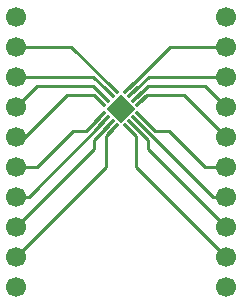
<source format=gtl>
G04 #@! TF.GenerationSoftware,KiCad,Pcbnew,9.0.6*
G04 #@! TF.CreationDate,2025-12-31T23:13:25-06:00*
G04 #@! TF.ProjectId,QFN-16_3x3,51464e2d-3136-45f3-9378-332e6b696361,rev?*
G04 #@! TF.SameCoordinates,Original*
G04 #@! TF.FileFunction,Copper,L1,Top*
G04 #@! TF.FilePolarity,Positive*
%FSLAX46Y46*%
G04 Gerber Fmt 4.6, Leading zero omitted, Abs format (unit mm)*
G04 Created by KiCad (PCBNEW 9.0.6) date 2025-12-31 23:13:25*
%MOMM*%
%LPD*%
G01*
G04 APERTURE LIST*
G04 Aperture macros list*
%AMRoundRect*
0 Rectangle with rounded corners*
0 $1 Rounding radius*
0 $2 $3 $4 $5 $6 $7 $8 $9 X,Y pos of 4 corners*
0 Add a 4 corners polygon primitive as box body*
4,1,4,$2,$3,$4,$5,$6,$7,$8,$9,$2,$3,0*
0 Add four circle primitives for the rounded corners*
1,1,$1+$1,$2,$3*
1,1,$1+$1,$4,$5*
1,1,$1+$1,$6,$7*
1,1,$1+$1,$8,$9*
0 Add four rect primitives between the rounded corners*
20,1,$1+$1,$2,$3,$4,$5,0*
20,1,$1+$1,$4,$5,$6,$7,0*
20,1,$1+$1,$6,$7,$8,$9,0*
20,1,$1+$1,$8,$9,$2,$3,0*%
%AMRotRect*
0 Rectangle, with rotation*
0 The origin of the aperture is its center*
0 $1 length*
0 $2 width*
0 $3 Rotation angle, in degrees counterclockwise*
0 Add horizontal line*
21,1,$1,$2,0,0,$3*%
G04 Aperture macros list end*
G04 #@! TA.AperFunction,HeatsinkPad*
%ADD10C,0.500000*%
G04 #@! TD*
G04 #@! TA.AperFunction,HeatsinkPad*
%ADD11RotRect,1.700000X1.700000X315.000000*%
G04 #@! TD*
G04 #@! TA.AperFunction,SMDPad,CuDef*
%ADD12RoundRect,0.062500X-0.437522X-0.349134X-0.349134X-0.437522X0.437522X0.349134X0.349134X0.437522X0*%
G04 #@! TD*
G04 #@! TA.AperFunction,SMDPad,CuDef*
%ADD13RoundRect,0.062500X-0.437522X0.349134X0.349134X-0.437522X0.437522X-0.349134X-0.349134X0.437522X0*%
G04 #@! TD*
G04 #@! TA.AperFunction,ComponentPad*
%ADD14C,1.700000*%
G04 #@! TD*
G04 #@! TA.AperFunction,Conductor*
%ADD15C,0.250000*%
G04 #@! TD*
G04 APERTURE END LIST*
D10*
X130810000Y-117871492D03*
X131658528Y-117022964D03*
D11*
X130810000Y-117022964D03*
D10*
X129961472Y-117022964D03*
X130810000Y-116174436D03*
D12*
X131493419Y-115278885D03*
X131846972Y-115632439D03*
X132200525Y-115985992D03*
X132554079Y-116339545D03*
D13*
X132554079Y-117706383D03*
X132200525Y-118059936D03*
X131846972Y-118413489D03*
X131493419Y-118767043D03*
D12*
X130126581Y-118767043D03*
X129773028Y-118413489D03*
X129419475Y-118059936D03*
X129065921Y-117706383D03*
D13*
X130126581Y-115278885D03*
X129773028Y-115632439D03*
X129419475Y-115985992D03*
X129065921Y-116339545D03*
D14*
X121920000Y-132080000D03*
X121920000Y-129540000D03*
X121920000Y-127000001D03*
X121920000Y-124460000D03*
X121920000Y-121920000D03*
X121920000Y-119380000D03*
X121920000Y-116840000D03*
X121920000Y-114299999D03*
X121920000Y-111760000D03*
X121920000Y-109220000D03*
X139700000Y-132080001D03*
X139700000Y-129540001D03*
X139700000Y-127000001D03*
X139700000Y-124460001D03*
X139700000Y-121920001D03*
X139700000Y-119380001D03*
X139700000Y-116840001D03*
X139700000Y-114300001D03*
X139700000Y-111760001D03*
X139700000Y-109220001D03*
D15*
X134874000Y-118872000D02*
X137922001Y-121920001D01*
X133719696Y-118872000D02*
X134874000Y-118872000D01*
X137922001Y-121920001D02*
X139700000Y-121920001D01*
X132554079Y-117706383D02*
X133719696Y-118872000D01*
X123698000Y-121920000D02*
X121920000Y-121920000D01*
X127900304Y-118872000D02*
X126746000Y-118872000D01*
X129065921Y-117706383D02*
X127900304Y-118872000D01*
X126746000Y-118872000D02*
X123698000Y-121920000D01*
X128524000Y-120396001D02*
X121920000Y-127000001D01*
X128524000Y-119662517D02*
X128524000Y-120396001D01*
X129773028Y-118413489D02*
X128524000Y-119662517D01*
X133096000Y-120396001D02*
X139700000Y-127000001D01*
X133096000Y-119662517D02*
X133096000Y-120396001D01*
X131846972Y-118413489D02*
X133096000Y-119662517D01*
X129540000Y-119353624D02*
X130126581Y-118767043D01*
X129540000Y-121920000D02*
X129540000Y-119353624D01*
X121920000Y-129540000D02*
X129540000Y-121920000D01*
X132080000Y-119353624D02*
X131493419Y-118767043D01*
X132080000Y-121920001D02*
X132080000Y-119353624D01*
X139700000Y-129540001D02*
X132080000Y-121920001D01*
X138600590Y-124460001D02*
X139700000Y-124460001D01*
X132200525Y-118059936D02*
X138600590Y-124460001D01*
X123019411Y-124460000D02*
X121920000Y-124460000D01*
X129419475Y-118059936D02*
X123019411Y-124460000D01*
X133069624Y-115824000D02*
X136143999Y-115824000D01*
X136143999Y-115824000D02*
X139700000Y-119380001D01*
X132554079Y-116339545D02*
X133069624Y-115824000D01*
X122682000Y-119380000D02*
X121920000Y-119380000D01*
X126238000Y-115824000D02*
X122682000Y-119380000D01*
X128550376Y-115824000D02*
X126238000Y-115824000D01*
X129065921Y-116339545D02*
X128550376Y-115824000D01*
X133124517Y-115062000D02*
X137921999Y-115062000D01*
X137921999Y-115062000D02*
X139700000Y-116840001D01*
X132200525Y-115985992D02*
X133124517Y-115062000D01*
X123698000Y-115062000D02*
X121920000Y-116840000D01*
X128495483Y-115062000D02*
X123698000Y-115062000D01*
X129419475Y-115985992D02*
X128495483Y-115062000D01*
X128440588Y-114299999D02*
X121920000Y-114299999D01*
X129773028Y-115632439D02*
X128440588Y-114299999D01*
X133179410Y-114300001D02*
X139700000Y-114300001D01*
X131846972Y-115632439D02*
X133179410Y-114300001D01*
X135012303Y-111760001D02*
X139700000Y-111760001D01*
X131493419Y-115278885D02*
X135012303Y-111760001D01*
X126607696Y-111760000D02*
X121920000Y-111760000D01*
X130126581Y-115278885D02*
X126607696Y-111760000D01*
M02*

</source>
